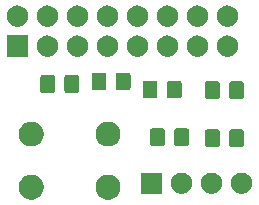
<source format=gts>
G04 #@! TF.GenerationSoftware,KiCad,Pcbnew,(5.1.5)-3*
G04 #@! TF.CreationDate,2020-11-10T12:23:10+03:00*
G04 #@! TF.ProjectId,rasphat_proj2,72617370-6861-4745-9f70-726f6a322e6b,rev?*
G04 #@! TF.SameCoordinates,Original*
G04 #@! TF.FileFunction,Soldermask,Top*
G04 #@! TF.FilePolarity,Negative*
%FSLAX46Y46*%
G04 Gerber Fmt 4.6, Leading zero omitted, Abs format (unit mm)*
G04 Created by KiCad (PCBNEW (5.1.5)-3) date 2020-11-10 12:23:10*
%MOMM*%
%LPD*%
G04 APERTURE LIST*
%ADD10C,0.100000*%
G04 APERTURE END LIST*
D10*
G36*
X50039764Y-87914789D02*
G01*
X50231033Y-87994015D01*
X50231035Y-87994016D01*
X50271189Y-88020846D01*
X50403173Y-88109035D01*
X50549565Y-88255427D01*
X50664585Y-88427567D01*
X50743811Y-88618836D01*
X50784200Y-88821884D01*
X50784200Y-89028916D01*
X50743811Y-89231964D01*
X50676836Y-89393656D01*
X50664584Y-89423235D01*
X50549565Y-89595373D01*
X50403173Y-89741765D01*
X50231035Y-89856784D01*
X50231034Y-89856785D01*
X50231033Y-89856785D01*
X50039764Y-89936011D01*
X49836716Y-89976400D01*
X49629684Y-89976400D01*
X49426636Y-89936011D01*
X49235367Y-89856785D01*
X49235366Y-89856785D01*
X49235365Y-89856784D01*
X49063227Y-89741765D01*
X48916835Y-89595373D01*
X48801816Y-89423235D01*
X48789564Y-89393656D01*
X48722589Y-89231964D01*
X48682200Y-89028916D01*
X48682200Y-88821884D01*
X48722589Y-88618836D01*
X48801815Y-88427567D01*
X48916835Y-88255427D01*
X49063227Y-88109035D01*
X49195211Y-88020846D01*
X49235365Y-87994016D01*
X49235367Y-87994015D01*
X49426636Y-87914789D01*
X49629684Y-87874400D01*
X49836716Y-87874400D01*
X50039764Y-87914789D01*
G37*
G36*
X43539764Y-87914789D02*
G01*
X43731033Y-87994015D01*
X43731035Y-87994016D01*
X43771189Y-88020846D01*
X43903173Y-88109035D01*
X44049565Y-88255427D01*
X44164585Y-88427567D01*
X44243811Y-88618836D01*
X44284200Y-88821884D01*
X44284200Y-89028916D01*
X44243811Y-89231964D01*
X44176836Y-89393656D01*
X44164584Y-89423235D01*
X44049565Y-89595373D01*
X43903173Y-89741765D01*
X43731035Y-89856784D01*
X43731034Y-89856785D01*
X43731033Y-89856785D01*
X43539764Y-89936011D01*
X43336716Y-89976400D01*
X43129684Y-89976400D01*
X42926636Y-89936011D01*
X42735367Y-89856785D01*
X42735366Y-89856785D01*
X42735365Y-89856784D01*
X42563227Y-89741765D01*
X42416835Y-89595373D01*
X42301816Y-89423235D01*
X42289564Y-89393656D01*
X42222589Y-89231964D01*
X42182200Y-89028916D01*
X42182200Y-88821884D01*
X42222589Y-88618836D01*
X42301815Y-88427567D01*
X42416835Y-88255427D01*
X42563227Y-88109035D01*
X42695211Y-88020846D01*
X42735365Y-87994016D01*
X42735367Y-87994015D01*
X42926636Y-87914789D01*
X43129684Y-87874400D01*
X43336716Y-87874400D01*
X43539764Y-87914789D01*
G37*
G36*
X54317200Y-89496200D02*
G01*
X52515200Y-89496200D01*
X52515200Y-87694200D01*
X54317200Y-87694200D01*
X54317200Y-89496200D01*
G37*
G36*
X58609712Y-87699127D02*
G01*
X58759012Y-87728824D01*
X58922984Y-87796744D01*
X59070554Y-87895347D01*
X59196053Y-88020846D01*
X59294656Y-88168416D01*
X59362576Y-88332388D01*
X59397200Y-88506459D01*
X59397200Y-88683941D01*
X59362576Y-88858012D01*
X59294656Y-89021984D01*
X59196053Y-89169554D01*
X59070554Y-89295053D01*
X58922984Y-89393656D01*
X58759012Y-89461576D01*
X58609712Y-89491273D01*
X58584942Y-89496200D01*
X58407458Y-89496200D01*
X58382688Y-89491273D01*
X58233388Y-89461576D01*
X58069416Y-89393656D01*
X57921846Y-89295053D01*
X57796347Y-89169554D01*
X57697744Y-89021984D01*
X57629824Y-88858012D01*
X57595200Y-88683941D01*
X57595200Y-88506459D01*
X57629824Y-88332388D01*
X57697744Y-88168416D01*
X57796347Y-88020846D01*
X57921846Y-87895347D01*
X58069416Y-87796744D01*
X58233388Y-87728824D01*
X58382688Y-87699127D01*
X58407458Y-87694200D01*
X58584942Y-87694200D01*
X58609712Y-87699127D01*
G37*
G36*
X61149712Y-87699127D02*
G01*
X61299012Y-87728824D01*
X61462984Y-87796744D01*
X61610554Y-87895347D01*
X61736053Y-88020846D01*
X61834656Y-88168416D01*
X61902576Y-88332388D01*
X61937200Y-88506459D01*
X61937200Y-88683941D01*
X61902576Y-88858012D01*
X61834656Y-89021984D01*
X61736053Y-89169554D01*
X61610554Y-89295053D01*
X61462984Y-89393656D01*
X61299012Y-89461576D01*
X61149712Y-89491273D01*
X61124942Y-89496200D01*
X60947458Y-89496200D01*
X60922688Y-89491273D01*
X60773388Y-89461576D01*
X60609416Y-89393656D01*
X60461846Y-89295053D01*
X60336347Y-89169554D01*
X60237744Y-89021984D01*
X60169824Y-88858012D01*
X60135200Y-88683941D01*
X60135200Y-88506459D01*
X60169824Y-88332388D01*
X60237744Y-88168416D01*
X60336347Y-88020846D01*
X60461846Y-87895347D01*
X60609416Y-87796744D01*
X60773388Y-87728824D01*
X60922688Y-87699127D01*
X60947458Y-87694200D01*
X61124942Y-87694200D01*
X61149712Y-87699127D01*
G37*
G36*
X56069712Y-87699127D02*
G01*
X56219012Y-87728824D01*
X56382984Y-87796744D01*
X56530554Y-87895347D01*
X56656053Y-88020846D01*
X56754656Y-88168416D01*
X56822576Y-88332388D01*
X56857200Y-88506459D01*
X56857200Y-88683941D01*
X56822576Y-88858012D01*
X56754656Y-89021984D01*
X56656053Y-89169554D01*
X56530554Y-89295053D01*
X56382984Y-89393656D01*
X56219012Y-89461576D01*
X56069712Y-89491273D01*
X56044942Y-89496200D01*
X55867458Y-89496200D01*
X55842688Y-89491273D01*
X55693388Y-89461576D01*
X55529416Y-89393656D01*
X55381846Y-89295053D01*
X55256347Y-89169554D01*
X55157744Y-89021984D01*
X55089824Y-88858012D01*
X55055200Y-88683941D01*
X55055200Y-88506459D01*
X55089824Y-88332388D01*
X55157744Y-88168416D01*
X55256347Y-88020846D01*
X55381846Y-87895347D01*
X55529416Y-87796744D01*
X55693388Y-87728824D01*
X55842688Y-87699127D01*
X55867458Y-87694200D01*
X56044942Y-87694200D01*
X56069712Y-87699127D01*
G37*
G36*
X61077074Y-84038665D02*
G01*
X61114767Y-84050099D01*
X61149503Y-84068666D01*
X61179948Y-84093652D01*
X61204934Y-84124097D01*
X61223501Y-84158833D01*
X61234935Y-84196526D01*
X61239400Y-84241861D01*
X61239400Y-85328539D01*
X61234935Y-85373874D01*
X61223501Y-85411567D01*
X61204934Y-85446303D01*
X61179948Y-85476748D01*
X61149503Y-85501734D01*
X61114767Y-85520301D01*
X61077074Y-85531735D01*
X61031739Y-85536200D01*
X60195061Y-85536200D01*
X60149726Y-85531735D01*
X60112033Y-85520301D01*
X60077297Y-85501734D01*
X60046852Y-85476748D01*
X60021866Y-85446303D01*
X60003299Y-85411567D01*
X59991865Y-85373874D01*
X59987400Y-85328539D01*
X59987400Y-84241861D01*
X59991865Y-84196526D01*
X60003299Y-84158833D01*
X60021866Y-84124097D01*
X60046852Y-84093652D01*
X60077297Y-84068666D01*
X60112033Y-84050099D01*
X60149726Y-84038665D01*
X60195061Y-84034200D01*
X61031739Y-84034200D01*
X61077074Y-84038665D01*
G37*
G36*
X59027074Y-84038665D02*
G01*
X59064767Y-84050099D01*
X59099503Y-84068666D01*
X59129948Y-84093652D01*
X59154934Y-84124097D01*
X59173501Y-84158833D01*
X59184935Y-84196526D01*
X59189400Y-84241861D01*
X59189400Y-85328539D01*
X59184935Y-85373874D01*
X59173501Y-85411567D01*
X59154934Y-85446303D01*
X59129948Y-85476748D01*
X59099503Y-85501734D01*
X59064767Y-85520301D01*
X59027074Y-85531735D01*
X58981739Y-85536200D01*
X58145061Y-85536200D01*
X58099726Y-85531735D01*
X58062033Y-85520301D01*
X58027297Y-85501734D01*
X57996852Y-85476748D01*
X57971866Y-85446303D01*
X57953299Y-85411567D01*
X57941865Y-85373874D01*
X57937400Y-85328539D01*
X57937400Y-84241861D01*
X57941865Y-84196526D01*
X57953299Y-84158833D01*
X57971866Y-84124097D01*
X57996852Y-84093652D01*
X58027297Y-84068666D01*
X58062033Y-84050099D01*
X58099726Y-84038665D01*
X58145061Y-84034200D01*
X58981739Y-84034200D01*
X59027074Y-84038665D01*
G37*
G36*
X43539764Y-83414789D02*
G01*
X43731033Y-83494015D01*
X43731035Y-83494016D01*
X43903173Y-83609035D01*
X44049565Y-83755427D01*
X44164585Y-83927567D01*
X44243811Y-84118836D01*
X44284200Y-84321884D01*
X44284200Y-84528916D01*
X44243811Y-84731964D01*
X44164585Y-84923233D01*
X44164584Y-84923235D01*
X44049565Y-85095373D01*
X43903173Y-85241765D01*
X43731035Y-85356784D01*
X43731034Y-85356785D01*
X43731033Y-85356785D01*
X43539764Y-85436011D01*
X43336716Y-85476400D01*
X43129684Y-85476400D01*
X42926636Y-85436011D01*
X42735367Y-85356785D01*
X42735366Y-85356785D01*
X42735365Y-85356784D01*
X42563227Y-85241765D01*
X42416835Y-85095373D01*
X42301816Y-84923235D01*
X42301815Y-84923233D01*
X42222589Y-84731964D01*
X42182200Y-84528916D01*
X42182200Y-84321884D01*
X42222589Y-84118836D01*
X42301815Y-83927567D01*
X42416835Y-83755427D01*
X42563227Y-83609035D01*
X42735365Y-83494016D01*
X42735367Y-83494015D01*
X42926636Y-83414789D01*
X43129684Y-83374400D01*
X43336716Y-83374400D01*
X43539764Y-83414789D01*
G37*
G36*
X50039764Y-83414789D02*
G01*
X50231033Y-83494015D01*
X50231035Y-83494016D01*
X50403173Y-83609035D01*
X50549565Y-83755427D01*
X50664585Y-83927567D01*
X50743811Y-84118836D01*
X50784200Y-84321884D01*
X50784200Y-84528916D01*
X50743811Y-84731964D01*
X50664585Y-84923233D01*
X50664584Y-84923235D01*
X50549565Y-85095373D01*
X50403173Y-85241765D01*
X50231035Y-85356784D01*
X50231034Y-85356785D01*
X50231033Y-85356785D01*
X50039764Y-85436011D01*
X49836716Y-85476400D01*
X49629684Y-85476400D01*
X49426636Y-85436011D01*
X49235367Y-85356785D01*
X49235366Y-85356785D01*
X49235365Y-85356784D01*
X49063227Y-85241765D01*
X48916835Y-85095373D01*
X48801816Y-84923235D01*
X48801815Y-84923233D01*
X48722589Y-84731964D01*
X48682200Y-84528916D01*
X48682200Y-84321884D01*
X48722589Y-84118836D01*
X48801815Y-83927567D01*
X48916835Y-83755427D01*
X49063227Y-83609035D01*
X49235365Y-83494016D01*
X49235367Y-83494015D01*
X49426636Y-83414789D01*
X49629684Y-83374400D01*
X49836716Y-83374400D01*
X50039764Y-83414789D01*
G37*
G36*
X56428874Y-83962465D02*
G01*
X56466567Y-83973899D01*
X56501303Y-83992466D01*
X56531748Y-84017452D01*
X56556734Y-84047897D01*
X56575301Y-84082633D01*
X56586735Y-84120326D01*
X56591200Y-84165661D01*
X56591200Y-85252339D01*
X56586735Y-85297674D01*
X56575301Y-85335367D01*
X56556734Y-85370103D01*
X56531748Y-85400548D01*
X56501303Y-85425534D01*
X56466567Y-85444101D01*
X56428874Y-85455535D01*
X56383539Y-85460000D01*
X55546861Y-85460000D01*
X55501526Y-85455535D01*
X55463833Y-85444101D01*
X55429097Y-85425534D01*
X55398652Y-85400548D01*
X55373666Y-85370103D01*
X55355099Y-85335367D01*
X55343665Y-85297674D01*
X55339200Y-85252339D01*
X55339200Y-84165661D01*
X55343665Y-84120326D01*
X55355099Y-84082633D01*
X55373666Y-84047897D01*
X55398652Y-84017452D01*
X55429097Y-83992466D01*
X55463833Y-83973899D01*
X55501526Y-83962465D01*
X55546861Y-83958000D01*
X56383539Y-83958000D01*
X56428874Y-83962465D01*
G37*
G36*
X54378874Y-83962465D02*
G01*
X54416567Y-83973899D01*
X54451303Y-83992466D01*
X54481748Y-84017452D01*
X54506734Y-84047897D01*
X54525301Y-84082633D01*
X54536735Y-84120326D01*
X54541200Y-84165661D01*
X54541200Y-85252339D01*
X54536735Y-85297674D01*
X54525301Y-85335367D01*
X54506734Y-85370103D01*
X54481748Y-85400548D01*
X54451303Y-85425534D01*
X54416567Y-85444101D01*
X54378874Y-85455535D01*
X54333539Y-85460000D01*
X53496861Y-85460000D01*
X53451526Y-85455535D01*
X53413833Y-85444101D01*
X53379097Y-85425534D01*
X53348652Y-85400548D01*
X53323666Y-85370103D01*
X53305099Y-85335367D01*
X53293665Y-85297674D01*
X53289200Y-85252339D01*
X53289200Y-84165661D01*
X53293665Y-84120326D01*
X53305099Y-84082633D01*
X53323666Y-84047897D01*
X53348652Y-84017452D01*
X53379097Y-83992466D01*
X53413833Y-83973899D01*
X53451526Y-83962465D01*
X53496861Y-83958000D01*
X54333539Y-83958000D01*
X54378874Y-83962465D01*
G37*
G36*
X61077074Y-79968865D02*
G01*
X61114767Y-79980299D01*
X61149503Y-79998866D01*
X61179948Y-80023852D01*
X61204934Y-80054297D01*
X61223501Y-80089033D01*
X61234935Y-80126726D01*
X61239400Y-80172061D01*
X61239400Y-81258739D01*
X61234935Y-81304074D01*
X61223501Y-81341767D01*
X61204934Y-81376503D01*
X61179948Y-81406948D01*
X61149503Y-81431934D01*
X61114767Y-81450501D01*
X61077074Y-81461935D01*
X61031739Y-81466400D01*
X60195061Y-81466400D01*
X60149726Y-81461935D01*
X60112033Y-81450501D01*
X60077297Y-81431934D01*
X60046852Y-81406948D01*
X60021866Y-81376503D01*
X60003299Y-81341767D01*
X59991865Y-81304074D01*
X59987400Y-81258739D01*
X59987400Y-80172061D01*
X59991865Y-80126726D01*
X60003299Y-80089033D01*
X60021866Y-80054297D01*
X60046852Y-80023852D01*
X60077297Y-79998866D01*
X60112033Y-79980299D01*
X60149726Y-79968865D01*
X60195061Y-79964400D01*
X61031739Y-79964400D01*
X61077074Y-79968865D01*
G37*
G36*
X59027074Y-79968865D02*
G01*
X59064767Y-79980299D01*
X59099503Y-79998866D01*
X59129948Y-80023852D01*
X59154934Y-80054297D01*
X59173501Y-80089033D01*
X59184935Y-80126726D01*
X59189400Y-80172061D01*
X59189400Y-81258739D01*
X59184935Y-81304074D01*
X59173501Y-81341767D01*
X59154934Y-81376503D01*
X59129948Y-81406948D01*
X59099503Y-81431934D01*
X59064767Y-81450501D01*
X59027074Y-81461935D01*
X58981739Y-81466400D01*
X58145061Y-81466400D01*
X58099726Y-81461935D01*
X58062033Y-81450501D01*
X58027297Y-81431934D01*
X57996852Y-81406948D01*
X57971866Y-81376503D01*
X57953299Y-81341767D01*
X57941865Y-81304074D01*
X57937400Y-81258739D01*
X57937400Y-80172061D01*
X57941865Y-80126726D01*
X57953299Y-80089033D01*
X57971866Y-80054297D01*
X57996852Y-80023852D01*
X58027297Y-79998866D01*
X58062033Y-79980299D01*
X58099726Y-79968865D01*
X58145061Y-79964400D01*
X58981739Y-79964400D01*
X59027074Y-79968865D01*
G37*
G36*
X53756206Y-79923865D02*
G01*
X53793899Y-79935299D01*
X53828635Y-79953866D01*
X53859080Y-79978852D01*
X53884066Y-80009297D01*
X53902633Y-80044033D01*
X53914067Y-80081726D01*
X53918532Y-80127061D01*
X53918532Y-81213739D01*
X53914067Y-81259074D01*
X53902633Y-81296767D01*
X53884066Y-81331503D01*
X53859080Y-81361948D01*
X53828635Y-81386934D01*
X53793899Y-81405501D01*
X53756206Y-81416935D01*
X53710871Y-81421400D01*
X52874193Y-81421400D01*
X52828858Y-81416935D01*
X52791165Y-81405501D01*
X52756429Y-81386934D01*
X52725984Y-81361948D01*
X52700998Y-81331503D01*
X52682431Y-81296767D01*
X52670997Y-81259074D01*
X52666532Y-81213739D01*
X52666532Y-80127061D01*
X52670997Y-80081726D01*
X52682431Y-80044033D01*
X52700998Y-80009297D01*
X52725984Y-79978852D01*
X52756429Y-79953866D01*
X52791165Y-79935299D01*
X52828858Y-79923865D01*
X52874193Y-79919400D01*
X53710871Y-79919400D01*
X53756206Y-79923865D01*
G37*
G36*
X55806206Y-79923865D02*
G01*
X55843899Y-79935299D01*
X55878635Y-79953866D01*
X55909080Y-79978852D01*
X55934066Y-80009297D01*
X55952633Y-80044033D01*
X55964067Y-80081726D01*
X55968532Y-80127061D01*
X55968532Y-81213739D01*
X55964067Y-81259074D01*
X55952633Y-81296767D01*
X55934066Y-81331503D01*
X55909080Y-81361948D01*
X55878635Y-81386934D01*
X55843899Y-81405501D01*
X55806206Y-81416935D01*
X55760871Y-81421400D01*
X54924193Y-81421400D01*
X54878858Y-81416935D01*
X54841165Y-81405501D01*
X54806429Y-81386934D01*
X54775984Y-81361948D01*
X54750998Y-81331503D01*
X54732431Y-81296767D01*
X54720997Y-81259074D01*
X54716532Y-81213739D01*
X54716532Y-80127061D01*
X54720997Y-80081726D01*
X54732431Y-80044033D01*
X54750998Y-80009297D01*
X54775984Y-79978852D01*
X54806429Y-79953866D01*
X54841165Y-79935299D01*
X54878858Y-79923865D01*
X54924193Y-79919400D01*
X55760871Y-79919400D01*
X55806206Y-79923865D01*
G37*
G36*
X45082474Y-79441265D02*
G01*
X45120167Y-79452699D01*
X45154903Y-79471266D01*
X45185348Y-79496252D01*
X45210334Y-79526697D01*
X45228901Y-79561433D01*
X45240335Y-79599126D01*
X45244800Y-79644461D01*
X45244800Y-80731139D01*
X45240335Y-80776474D01*
X45228901Y-80814167D01*
X45210334Y-80848903D01*
X45185348Y-80879348D01*
X45154903Y-80904334D01*
X45120167Y-80922901D01*
X45082474Y-80934335D01*
X45037139Y-80938800D01*
X44200461Y-80938800D01*
X44155126Y-80934335D01*
X44117433Y-80922901D01*
X44082697Y-80904334D01*
X44052252Y-80879348D01*
X44027266Y-80848903D01*
X44008699Y-80814167D01*
X43997265Y-80776474D01*
X43992800Y-80731139D01*
X43992800Y-79644461D01*
X43997265Y-79599126D01*
X44008699Y-79561433D01*
X44027266Y-79526697D01*
X44052252Y-79496252D01*
X44082697Y-79471266D01*
X44117433Y-79452699D01*
X44155126Y-79441265D01*
X44200461Y-79436800D01*
X45037139Y-79436800D01*
X45082474Y-79441265D01*
G37*
G36*
X47132474Y-79441265D02*
G01*
X47170167Y-79452699D01*
X47204903Y-79471266D01*
X47235348Y-79496252D01*
X47260334Y-79526697D01*
X47278901Y-79561433D01*
X47290335Y-79599126D01*
X47294800Y-79644461D01*
X47294800Y-80731139D01*
X47290335Y-80776474D01*
X47278901Y-80814167D01*
X47260334Y-80848903D01*
X47235348Y-80879348D01*
X47204903Y-80904334D01*
X47170167Y-80922901D01*
X47132474Y-80934335D01*
X47087139Y-80938800D01*
X46250461Y-80938800D01*
X46205126Y-80934335D01*
X46167433Y-80922901D01*
X46132697Y-80904334D01*
X46102252Y-80879348D01*
X46077266Y-80848903D01*
X46058699Y-80814167D01*
X46047265Y-80776474D01*
X46042800Y-80731139D01*
X46042800Y-79644461D01*
X46047265Y-79599126D01*
X46058699Y-79561433D01*
X46077266Y-79526697D01*
X46102252Y-79496252D01*
X46132697Y-79471266D01*
X46167433Y-79452699D01*
X46205126Y-79441265D01*
X46250461Y-79436800D01*
X47087139Y-79436800D01*
X47132474Y-79441265D01*
G37*
G36*
X51475874Y-79238065D02*
G01*
X51513567Y-79249499D01*
X51548303Y-79268066D01*
X51578748Y-79293052D01*
X51603734Y-79323497D01*
X51622301Y-79358233D01*
X51633735Y-79395926D01*
X51638200Y-79441261D01*
X51638200Y-80527939D01*
X51633735Y-80573274D01*
X51622301Y-80610967D01*
X51603734Y-80645703D01*
X51578748Y-80676148D01*
X51548303Y-80701134D01*
X51513567Y-80719701D01*
X51475874Y-80731135D01*
X51430539Y-80735600D01*
X50593861Y-80735600D01*
X50548526Y-80731135D01*
X50510833Y-80719701D01*
X50476097Y-80701134D01*
X50445652Y-80676148D01*
X50420666Y-80645703D01*
X50402099Y-80610967D01*
X50390665Y-80573274D01*
X50386200Y-80527939D01*
X50386200Y-79441261D01*
X50390665Y-79395926D01*
X50402099Y-79358233D01*
X50420666Y-79323497D01*
X50445652Y-79293052D01*
X50476097Y-79268066D01*
X50510833Y-79249499D01*
X50548526Y-79238065D01*
X50593861Y-79233600D01*
X51430539Y-79233600D01*
X51475874Y-79238065D01*
G37*
G36*
X49425874Y-79238065D02*
G01*
X49463567Y-79249499D01*
X49498303Y-79268066D01*
X49528748Y-79293052D01*
X49553734Y-79323497D01*
X49572301Y-79358233D01*
X49583735Y-79395926D01*
X49588200Y-79441261D01*
X49588200Y-80527939D01*
X49583735Y-80573274D01*
X49572301Y-80610967D01*
X49553734Y-80645703D01*
X49528748Y-80676148D01*
X49498303Y-80701134D01*
X49463567Y-80719701D01*
X49425874Y-80731135D01*
X49380539Y-80735600D01*
X48543861Y-80735600D01*
X48498526Y-80731135D01*
X48460833Y-80719701D01*
X48426097Y-80701134D01*
X48395652Y-80676148D01*
X48370666Y-80645703D01*
X48352099Y-80610967D01*
X48340665Y-80573274D01*
X48336200Y-80527939D01*
X48336200Y-79441261D01*
X48340665Y-79395926D01*
X48352099Y-79358233D01*
X48370666Y-79323497D01*
X48395652Y-79293052D01*
X48426097Y-79268066D01*
X48460833Y-79249499D01*
X48498526Y-79238065D01*
X48543861Y-79233600D01*
X49380539Y-79233600D01*
X49425874Y-79238065D01*
G37*
G36*
X49795912Y-76091327D02*
G01*
X49945212Y-76121024D01*
X50109184Y-76188944D01*
X50256754Y-76287547D01*
X50382253Y-76413046D01*
X50480856Y-76560616D01*
X50548776Y-76724588D01*
X50583400Y-76898659D01*
X50583400Y-77076141D01*
X50548776Y-77250212D01*
X50480856Y-77414184D01*
X50382253Y-77561754D01*
X50256754Y-77687253D01*
X50109184Y-77785856D01*
X49945212Y-77853776D01*
X49795912Y-77883473D01*
X49771142Y-77888400D01*
X49593658Y-77888400D01*
X49568888Y-77883473D01*
X49419588Y-77853776D01*
X49255616Y-77785856D01*
X49108046Y-77687253D01*
X48982547Y-77561754D01*
X48883944Y-77414184D01*
X48816024Y-77250212D01*
X48781400Y-77076141D01*
X48781400Y-76898659D01*
X48816024Y-76724588D01*
X48883944Y-76560616D01*
X48982547Y-76413046D01*
X49108046Y-76287547D01*
X49255616Y-76188944D01*
X49419588Y-76121024D01*
X49568888Y-76091327D01*
X49593658Y-76086400D01*
X49771142Y-76086400D01*
X49795912Y-76091327D01*
G37*
G36*
X54875912Y-76091327D02*
G01*
X55025212Y-76121024D01*
X55189184Y-76188944D01*
X55336754Y-76287547D01*
X55462253Y-76413046D01*
X55560856Y-76560616D01*
X55628776Y-76724588D01*
X55663400Y-76898659D01*
X55663400Y-77076141D01*
X55628776Y-77250212D01*
X55560856Y-77414184D01*
X55462253Y-77561754D01*
X55336754Y-77687253D01*
X55189184Y-77785856D01*
X55025212Y-77853776D01*
X54875912Y-77883473D01*
X54851142Y-77888400D01*
X54673658Y-77888400D01*
X54648888Y-77883473D01*
X54499588Y-77853776D01*
X54335616Y-77785856D01*
X54188046Y-77687253D01*
X54062547Y-77561754D01*
X53963944Y-77414184D01*
X53896024Y-77250212D01*
X53861400Y-77076141D01*
X53861400Y-76898659D01*
X53896024Y-76724588D01*
X53963944Y-76560616D01*
X54062547Y-76413046D01*
X54188046Y-76287547D01*
X54335616Y-76188944D01*
X54499588Y-76121024D01*
X54648888Y-76091327D01*
X54673658Y-76086400D01*
X54851142Y-76086400D01*
X54875912Y-76091327D01*
G37*
G36*
X57415912Y-76091327D02*
G01*
X57565212Y-76121024D01*
X57729184Y-76188944D01*
X57876754Y-76287547D01*
X58002253Y-76413046D01*
X58100856Y-76560616D01*
X58168776Y-76724588D01*
X58203400Y-76898659D01*
X58203400Y-77076141D01*
X58168776Y-77250212D01*
X58100856Y-77414184D01*
X58002253Y-77561754D01*
X57876754Y-77687253D01*
X57729184Y-77785856D01*
X57565212Y-77853776D01*
X57415912Y-77883473D01*
X57391142Y-77888400D01*
X57213658Y-77888400D01*
X57188888Y-77883473D01*
X57039588Y-77853776D01*
X56875616Y-77785856D01*
X56728046Y-77687253D01*
X56602547Y-77561754D01*
X56503944Y-77414184D01*
X56436024Y-77250212D01*
X56401400Y-77076141D01*
X56401400Y-76898659D01*
X56436024Y-76724588D01*
X56503944Y-76560616D01*
X56602547Y-76413046D01*
X56728046Y-76287547D01*
X56875616Y-76188944D01*
X57039588Y-76121024D01*
X57188888Y-76091327D01*
X57213658Y-76086400D01*
X57391142Y-76086400D01*
X57415912Y-76091327D01*
G37*
G36*
X59955912Y-76091327D02*
G01*
X60105212Y-76121024D01*
X60269184Y-76188944D01*
X60416754Y-76287547D01*
X60542253Y-76413046D01*
X60640856Y-76560616D01*
X60708776Y-76724588D01*
X60743400Y-76898659D01*
X60743400Y-77076141D01*
X60708776Y-77250212D01*
X60640856Y-77414184D01*
X60542253Y-77561754D01*
X60416754Y-77687253D01*
X60269184Y-77785856D01*
X60105212Y-77853776D01*
X59955912Y-77883473D01*
X59931142Y-77888400D01*
X59753658Y-77888400D01*
X59728888Y-77883473D01*
X59579588Y-77853776D01*
X59415616Y-77785856D01*
X59268046Y-77687253D01*
X59142547Y-77561754D01*
X59043944Y-77414184D01*
X58976024Y-77250212D01*
X58941400Y-77076141D01*
X58941400Y-76898659D01*
X58976024Y-76724588D01*
X59043944Y-76560616D01*
X59142547Y-76413046D01*
X59268046Y-76287547D01*
X59415616Y-76188944D01*
X59579588Y-76121024D01*
X59728888Y-76091327D01*
X59753658Y-76086400D01*
X59931142Y-76086400D01*
X59955912Y-76091327D01*
G37*
G36*
X42963400Y-77888400D02*
G01*
X41161400Y-77888400D01*
X41161400Y-76086400D01*
X42963400Y-76086400D01*
X42963400Y-77888400D01*
G37*
G36*
X52335912Y-76091327D02*
G01*
X52485212Y-76121024D01*
X52649184Y-76188944D01*
X52796754Y-76287547D01*
X52922253Y-76413046D01*
X53020856Y-76560616D01*
X53088776Y-76724588D01*
X53123400Y-76898659D01*
X53123400Y-77076141D01*
X53088776Y-77250212D01*
X53020856Y-77414184D01*
X52922253Y-77561754D01*
X52796754Y-77687253D01*
X52649184Y-77785856D01*
X52485212Y-77853776D01*
X52335912Y-77883473D01*
X52311142Y-77888400D01*
X52133658Y-77888400D01*
X52108888Y-77883473D01*
X51959588Y-77853776D01*
X51795616Y-77785856D01*
X51648046Y-77687253D01*
X51522547Y-77561754D01*
X51423944Y-77414184D01*
X51356024Y-77250212D01*
X51321400Y-77076141D01*
X51321400Y-76898659D01*
X51356024Y-76724588D01*
X51423944Y-76560616D01*
X51522547Y-76413046D01*
X51648046Y-76287547D01*
X51795616Y-76188944D01*
X51959588Y-76121024D01*
X52108888Y-76091327D01*
X52133658Y-76086400D01*
X52311142Y-76086400D01*
X52335912Y-76091327D01*
G37*
G36*
X44715912Y-76091327D02*
G01*
X44865212Y-76121024D01*
X45029184Y-76188944D01*
X45176754Y-76287547D01*
X45302253Y-76413046D01*
X45400856Y-76560616D01*
X45468776Y-76724588D01*
X45503400Y-76898659D01*
X45503400Y-77076141D01*
X45468776Y-77250212D01*
X45400856Y-77414184D01*
X45302253Y-77561754D01*
X45176754Y-77687253D01*
X45029184Y-77785856D01*
X44865212Y-77853776D01*
X44715912Y-77883473D01*
X44691142Y-77888400D01*
X44513658Y-77888400D01*
X44488888Y-77883473D01*
X44339588Y-77853776D01*
X44175616Y-77785856D01*
X44028046Y-77687253D01*
X43902547Y-77561754D01*
X43803944Y-77414184D01*
X43736024Y-77250212D01*
X43701400Y-77076141D01*
X43701400Y-76898659D01*
X43736024Y-76724588D01*
X43803944Y-76560616D01*
X43902547Y-76413046D01*
X44028046Y-76287547D01*
X44175616Y-76188944D01*
X44339588Y-76121024D01*
X44488888Y-76091327D01*
X44513658Y-76086400D01*
X44691142Y-76086400D01*
X44715912Y-76091327D01*
G37*
G36*
X47255912Y-76091327D02*
G01*
X47405212Y-76121024D01*
X47569184Y-76188944D01*
X47716754Y-76287547D01*
X47842253Y-76413046D01*
X47940856Y-76560616D01*
X48008776Y-76724588D01*
X48043400Y-76898659D01*
X48043400Y-77076141D01*
X48008776Y-77250212D01*
X47940856Y-77414184D01*
X47842253Y-77561754D01*
X47716754Y-77687253D01*
X47569184Y-77785856D01*
X47405212Y-77853776D01*
X47255912Y-77883473D01*
X47231142Y-77888400D01*
X47053658Y-77888400D01*
X47028888Y-77883473D01*
X46879588Y-77853776D01*
X46715616Y-77785856D01*
X46568046Y-77687253D01*
X46442547Y-77561754D01*
X46343944Y-77414184D01*
X46276024Y-77250212D01*
X46241400Y-77076141D01*
X46241400Y-76898659D01*
X46276024Y-76724588D01*
X46343944Y-76560616D01*
X46442547Y-76413046D01*
X46568046Y-76287547D01*
X46715616Y-76188944D01*
X46879588Y-76121024D01*
X47028888Y-76091327D01*
X47053658Y-76086400D01*
X47231142Y-76086400D01*
X47255912Y-76091327D01*
G37*
G36*
X59955912Y-73551327D02*
G01*
X60105212Y-73581024D01*
X60269184Y-73648944D01*
X60416754Y-73747547D01*
X60542253Y-73873046D01*
X60640856Y-74020616D01*
X60708776Y-74184588D01*
X60743400Y-74358659D01*
X60743400Y-74536141D01*
X60708776Y-74710212D01*
X60640856Y-74874184D01*
X60542253Y-75021754D01*
X60416754Y-75147253D01*
X60269184Y-75245856D01*
X60105212Y-75313776D01*
X59955912Y-75343473D01*
X59931142Y-75348400D01*
X59753658Y-75348400D01*
X59728888Y-75343473D01*
X59579588Y-75313776D01*
X59415616Y-75245856D01*
X59268046Y-75147253D01*
X59142547Y-75021754D01*
X59043944Y-74874184D01*
X58976024Y-74710212D01*
X58941400Y-74536141D01*
X58941400Y-74358659D01*
X58976024Y-74184588D01*
X59043944Y-74020616D01*
X59142547Y-73873046D01*
X59268046Y-73747547D01*
X59415616Y-73648944D01*
X59579588Y-73581024D01*
X59728888Y-73551327D01*
X59753658Y-73546400D01*
X59931142Y-73546400D01*
X59955912Y-73551327D01*
G37*
G36*
X52335912Y-73551327D02*
G01*
X52485212Y-73581024D01*
X52649184Y-73648944D01*
X52796754Y-73747547D01*
X52922253Y-73873046D01*
X53020856Y-74020616D01*
X53088776Y-74184588D01*
X53123400Y-74358659D01*
X53123400Y-74536141D01*
X53088776Y-74710212D01*
X53020856Y-74874184D01*
X52922253Y-75021754D01*
X52796754Y-75147253D01*
X52649184Y-75245856D01*
X52485212Y-75313776D01*
X52335912Y-75343473D01*
X52311142Y-75348400D01*
X52133658Y-75348400D01*
X52108888Y-75343473D01*
X51959588Y-75313776D01*
X51795616Y-75245856D01*
X51648046Y-75147253D01*
X51522547Y-75021754D01*
X51423944Y-74874184D01*
X51356024Y-74710212D01*
X51321400Y-74536141D01*
X51321400Y-74358659D01*
X51356024Y-74184588D01*
X51423944Y-74020616D01*
X51522547Y-73873046D01*
X51648046Y-73747547D01*
X51795616Y-73648944D01*
X51959588Y-73581024D01*
X52108888Y-73551327D01*
X52133658Y-73546400D01*
X52311142Y-73546400D01*
X52335912Y-73551327D01*
G37*
G36*
X54875912Y-73551327D02*
G01*
X55025212Y-73581024D01*
X55189184Y-73648944D01*
X55336754Y-73747547D01*
X55462253Y-73873046D01*
X55560856Y-74020616D01*
X55628776Y-74184588D01*
X55663400Y-74358659D01*
X55663400Y-74536141D01*
X55628776Y-74710212D01*
X55560856Y-74874184D01*
X55462253Y-75021754D01*
X55336754Y-75147253D01*
X55189184Y-75245856D01*
X55025212Y-75313776D01*
X54875912Y-75343473D01*
X54851142Y-75348400D01*
X54673658Y-75348400D01*
X54648888Y-75343473D01*
X54499588Y-75313776D01*
X54335616Y-75245856D01*
X54188046Y-75147253D01*
X54062547Y-75021754D01*
X53963944Y-74874184D01*
X53896024Y-74710212D01*
X53861400Y-74536141D01*
X53861400Y-74358659D01*
X53896024Y-74184588D01*
X53963944Y-74020616D01*
X54062547Y-73873046D01*
X54188046Y-73747547D01*
X54335616Y-73648944D01*
X54499588Y-73581024D01*
X54648888Y-73551327D01*
X54673658Y-73546400D01*
X54851142Y-73546400D01*
X54875912Y-73551327D01*
G37*
G36*
X57415912Y-73551327D02*
G01*
X57565212Y-73581024D01*
X57729184Y-73648944D01*
X57876754Y-73747547D01*
X58002253Y-73873046D01*
X58100856Y-74020616D01*
X58168776Y-74184588D01*
X58203400Y-74358659D01*
X58203400Y-74536141D01*
X58168776Y-74710212D01*
X58100856Y-74874184D01*
X58002253Y-75021754D01*
X57876754Y-75147253D01*
X57729184Y-75245856D01*
X57565212Y-75313776D01*
X57415912Y-75343473D01*
X57391142Y-75348400D01*
X57213658Y-75348400D01*
X57188888Y-75343473D01*
X57039588Y-75313776D01*
X56875616Y-75245856D01*
X56728046Y-75147253D01*
X56602547Y-75021754D01*
X56503944Y-74874184D01*
X56436024Y-74710212D01*
X56401400Y-74536141D01*
X56401400Y-74358659D01*
X56436024Y-74184588D01*
X56503944Y-74020616D01*
X56602547Y-73873046D01*
X56728046Y-73747547D01*
X56875616Y-73648944D01*
X57039588Y-73581024D01*
X57188888Y-73551327D01*
X57213658Y-73546400D01*
X57391142Y-73546400D01*
X57415912Y-73551327D01*
G37*
G36*
X49795912Y-73551327D02*
G01*
X49945212Y-73581024D01*
X50109184Y-73648944D01*
X50256754Y-73747547D01*
X50382253Y-73873046D01*
X50480856Y-74020616D01*
X50548776Y-74184588D01*
X50583400Y-74358659D01*
X50583400Y-74536141D01*
X50548776Y-74710212D01*
X50480856Y-74874184D01*
X50382253Y-75021754D01*
X50256754Y-75147253D01*
X50109184Y-75245856D01*
X49945212Y-75313776D01*
X49795912Y-75343473D01*
X49771142Y-75348400D01*
X49593658Y-75348400D01*
X49568888Y-75343473D01*
X49419588Y-75313776D01*
X49255616Y-75245856D01*
X49108046Y-75147253D01*
X48982547Y-75021754D01*
X48883944Y-74874184D01*
X48816024Y-74710212D01*
X48781400Y-74536141D01*
X48781400Y-74358659D01*
X48816024Y-74184588D01*
X48883944Y-74020616D01*
X48982547Y-73873046D01*
X49108046Y-73747547D01*
X49255616Y-73648944D01*
X49419588Y-73581024D01*
X49568888Y-73551327D01*
X49593658Y-73546400D01*
X49771142Y-73546400D01*
X49795912Y-73551327D01*
G37*
G36*
X42175912Y-73551327D02*
G01*
X42325212Y-73581024D01*
X42489184Y-73648944D01*
X42636754Y-73747547D01*
X42762253Y-73873046D01*
X42860856Y-74020616D01*
X42928776Y-74184588D01*
X42963400Y-74358659D01*
X42963400Y-74536141D01*
X42928776Y-74710212D01*
X42860856Y-74874184D01*
X42762253Y-75021754D01*
X42636754Y-75147253D01*
X42489184Y-75245856D01*
X42325212Y-75313776D01*
X42175912Y-75343473D01*
X42151142Y-75348400D01*
X41973658Y-75348400D01*
X41948888Y-75343473D01*
X41799588Y-75313776D01*
X41635616Y-75245856D01*
X41488046Y-75147253D01*
X41362547Y-75021754D01*
X41263944Y-74874184D01*
X41196024Y-74710212D01*
X41161400Y-74536141D01*
X41161400Y-74358659D01*
X41196024Y-74184588D01*
X41263944Y-74020616D01*
X41362547Y-73873046D01*
X41488046Y-73747547D01*
X41635616Y-73648944D01*
X41799588Y-73581024D01*
X41948888Y-73551327D01*
X41973658Y-73546400D01*
X42151142Y-73546400D01*
X42175912Y-73551327D01*
G37*
G36*
X47255912Y-73551327D02*
G01*
X47405212Y-73581024D01*
X47569184Y-73648944D01*
X47716754Y-73747547D01*
X47842253Y-73873046D01*
X47940856Y-74020616D01*
X48008776Y-74184588D01*
X48043400Y-74358659D01*
X48043400Y-74536141D01*
X48008776Y-74710212D01*
X47940856Y-74874184D01*
X47842253Y-75021754D01*
X47716754Y-75147253D01*
X47569184Y-75245856D01*
X47405212Y-75313776D01*
X47255912Y-75343473D01*
X47231142Y-75348400D01*
X47053658Y-75348400D01*
X47028888Y-75343473D01*
X46879588Y-75313776D01*
X46715616Y-75245856D01*
X46568046Y-75147253D01*
X46442547Y-75021754D01*
X46343944Y-74874184D01*
X46276024Y-74710212D01*
X46241400Y-74536141D01*
X46241400Y-74358659D01*
X46276024Y-74184588D01*
X46343944Y-74020616D01*
X46442547Y-73873046D01*
X46568046Y-73747547D01*
X46715616Y-73648944D01*
X46879588Y-73581024D01*
X47028888Y-73551327D01*
X47053658Y-73546400D01*
X47231142Y-73546400D01*
X47255912Y-73551327D01*
G37*
G36*
X44715912Y-73551327D02*
G01*
X44865212Y-73581024D01*
X45029184Y-73648944D01*
X45176754Y-73747547D01*
X45302253Y-73873046D01*
X45400856Y-74020616D01*
X45468776Y-74184588D01*
X45503400Y-74358659D01*
X45503400Y-74536141D01*
X45468776Y-74710212D01*
X45400856Y-74874184D01*
X45302253Y-75021754D01*
X45176754Y-75147253D01*
X45029184Y-75245856D01*
X44865212Y-75313776D01*
X44715912Y-75343473D01*
X44691142Y-75348400D01*
X44513658Y-75348400D01*
X44488888Y-75343473D01*
X44339588Y-75313776D01*
X44175616Y-75245856D01*
X44028046Y-75147253D01*
X43902547Y-75021754D01*
X43803944Y-74874184D01*
X43736024Y-74710212D01*
X43701400Y-74536141D01*
X43701400Y-74358659D01*
X43736024Y-74184588D01*
X43803944Y-74020616D01*
X43902547Y-73873046D01*
X44028046Y-73747547D01*
X44175616Y-73648944D01*
X44339588Y-73581024D01*
X44488888Y-73551327D01*
X44513658Y-73546400D01*
X44691142Y-73546400D01*
X44715912Y-73551327D01*
G37*
M02*

</source>
